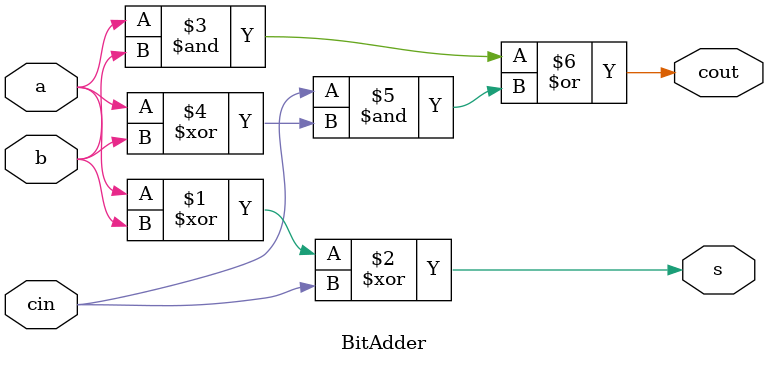
<source format=sv>
module BitAdder (input logic a,b,cin, output logic s,cout);

	assign s = (a ^ b)^cin;
	
	assign cout = (a&b) | (cin & (a ^ b));

endmodule

</source>
